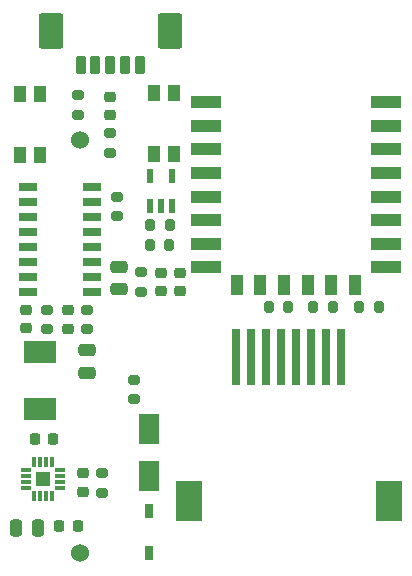
<source format=gts>
%TF.GenerationSoftware,KiCad,Pcbnew,6.0.7-f9a2dced07~116~ubuntu20.04.1*%
%TF.CreationDate,2022-09-12T22:11:20+02:00*%
%TF.ProjectId,han_to_wifi_board,68616e5f-746f-45f7-9769-66695f626f61,rev?*%
%TF.SameCoordinates,Original*%
%TF.FileFunction,Soldermask,Top*%
%TF.FilePolarity,Negative*%
%FSLAX46Y46*%
G04 Gerber Fmt 4.6, Leading zero omitted, Abs format (unit mm)*
G04 Created by KiCad (PCBNEW 6.0.7-f9a2dced07~116~ubuntu20.04.1) date 2022-09-12 22:11:20*
%MOMM*%
%LPD*%
G01*
G04 APERTURE LIST*
G04 Aperture macros list*
%AMRoundRect*
0 Rectangle with rounded corners*
0 $1 Rounding radius*
0 $2 $3 $4 $5 $6 $7 $8 $9 X,Y pos of 4 corners*
0 Add a 4 corners polygon primitive as box body*
4,1,4,$2,$3,$4,$5,$6,$7,$8,$9,$2,$3,0*
0 Add four circle primitives for the rounded corners*
1,1,$1+$1,$2,$3*
1,1,$1+$1,$4,$5*
1,1,$1+$1,$6,$7*
1,1,$1+$1,$8,$9*
0 Add four rect primitives between the rounded corners*
20,1,$1+$1,$2,$3,$4,$5,0*
20,1,$1+$1,$4,$5,$6,$7,0*
20,1,$1+$1,$6,$7,$8,$9,0*
20,1,$1+$1,$8,$9,$2,$3,0*%
G04 Aperture macros list end*
%ADD10R,1.550000X0.650000*%
%ADD11RoundRect,0.200000X-0.275000X0.200000X-0.275000X-0.200000X0.275000X-0.200000X0.275000X0.200000X0*%
%ADD12RoundRect,0.200000X0.200000X0.275000X-0.200000X0.275000X-0.200000X-0.275000X0.200000X-0.275000X0*%
%ADD13RoundRect,0.250000X0.475000X-0.250000X0.475000X0.250000X-0.475000X0.250000X-0.475000X-0.250000X0*%
%ADD14RoundRect,0.200000X-0.200000X-0.275000X0.200000X-0.275000X0.200000X0.275000X-0.200000X0.275000X0*%
%ADD15R,0.800000X1.150000*%
%ADD16RoundRect,0.225000X-0.250000X0.225000X-0.250000X-0.225000X0.250000X-0.225000X0.250000X0.225000X0*%
%ADD17RoundRect,0.218750X-0.256250X0.218750X-0.256250X-0.218750X0.256250X-0.218750X0.256250X0.218750X0*%
%ADD18R,2.500000X1.000000*%
%ADD19R,1.000000X1.800000*%
%ADD20C,1.524000*%
%ADD21RoundRect,0.250000X-0.250000X-0.475000X0.250000X-0.475000X0.250000X0.475000X-0.250000X0.475000X0*%
%ADD22R,1.800000X2.500000*%
%ADD23RoundRect,0.225000X0.250000X-0.225000X0.250000X0.225000X-0.250000X0.225000X-0.250000X-0.225000X0*%
%ADD24R,1.000000X1.450000*%
%ADD25RoundRect,0.200000X0.275000X-0.200000X0.275000X0.200000X-0.275000X0.200000X-0.275000X-0.200000X0*%
%ADD26R,0.760000X4.750000*%
%ADD27R,2.240000X3.510000*%
%ADD28R,0.600000X1.200000*%
%ADD29RoundRect,0.225000X-0.225000X-0.250000X0.225000X-0.250000X0.225000X0.250000X-0.225000X0.250000X0*%
%ADD30R,2.790000X1.903000*%
%ADD31R,0.300000X0.850000*%
%ADD32R,0.850000X0.300000*%
%ADD33R,1.250000X1.250000*%
%ADD34RoundRect,0.225000X0.225000X0.250000X-0.225000X0.250000X-0.225000X-0.250000X0.225000X-0.250000X0*%
%ADD35RoundRect,0.250000X-0.475000X0.250000X-0.475000X-0.250000X0.475000X-0.250000X0.475000X0.250000X0*%
%ADD36RoundRect,0.200000X0.200000X0.600000X-0.200000X0.600000X-0.200000X-0.600000X0.200000X-0.600000X0*%
%ADD37RoundRect,0.250001X0.799999X1.249999X-0.799999X1.249999X-0.799999X-1.249999X0.799999X-1.249999X0*%
G04 APERTURE END LIST*
D10*
%TO.C,U3*%
X117366200Y-40411400D03*
X117366200Y-41681400D03*
X117366200Y-42951400D03*
X117366200Y-44221400D03*
X117366200Y-45491400D03*
X117366200Y-46761400D03*
X117366200Y-48031400D03*
X117366200Y-49301400D03*
X122816200Y-49301400D03*
X122816200Y-48031400D03*
X122816200Y-46761400D03*
X122816200Y-45491400D03*
X122816200Y-44221400D03*
X122816200Y-42951400D03*
X122816200Y-41681400D03*
X122816200Y-40411400D03*
%TD*%
D11*
%TO.C,R7*%
X119024400Y-50826400D03*
X119024400Y-52476400D03*
%TD*%
D12*
%TO.C,R2*%
X147090400Y-50647600D03*
X145440400Y-50647600D03*
%TD*%
%TO.C,R10*%
X129412000Y-43688000D03*
X127762000Y-43688000D03*
%TD*%
D13*
%TO.C,C21*%
X122377200Y-56184800D03*
X122377200Y-54284800D03*
%TD*%
D14*
%TO.C,R13*%
X127699000Y-45339000D03*
X129349000Y-45339000D03*
%TD*%
D15*
%TO.C,D4*%
X127609600Y-71396800D03*
X127609600Y-67896800D03*
%TD*%
D16*
%TO.C,C19*%
X122072400Y-64706200D03*
X122072400Y-66256200D03*
%TD*%
D17*
%TO.C,D3*%
X124358400Y-32816600D03*
X124358400Y-34391600D03*
%TD*%
D18*
%TO.C,U1*%
X132481000Y-33261000D03*
X132481000Y-35261000D03*
X132481000Y-37261000D03*
X132481000Y-39261000D03*
X132481000Y-41261000D03*
X132481000Y-43261000D03*
X132481000Y-45261000D03*
X132481000Y-47261000D03*
D19*
X135081000Y-48761000D03*
X137081000Y-48761000D03*
X139081000Y-48761000D03*
X141081000Y-48761000D03*
X143081000Y-48761000D03*
X145081000Y-48761000D03*
D18*
X147681000Y-47261000D03*
X147681000Y-45261000D03*
X147681000Y-43261000D03*
X147681000Y-41261000D03*
X147681000Y-39261000D03*
X147681000Y-37261000D03*
X147681000Y-35261000D03*
X147681000Y-33261000D03*
%TD*%
D20*
%TO.C,C3*%
X121820000Y-71461000D03*
X121820000Y-36461000D03*
%TD*%
D21*
%TO.C,C12*%
X116362400Y-69291200D03*
X118262400Y-69291200D03*
%TD*%
D16*
%TO.C,C2*%
X130251200Y-47726000D03*
X130251200Y-49276000D03*
%TD*%
D22*
%TO.C,D2*%
X127609600Y-64922400D03*
X127609600Y-60922400D03*
%TD*%
D11*
%TO.C,R11*%
X126390400Y-56782200D03*
X126390400Y-58432200D03*
%TD*%
D23*
%TO.C,C7*%
X117195600Y-52425600D03*
X117195600Y-50875600D03*
%TD*%
D24*
%TO.C,RST*%
X128029600Y-32492800D03*
X128029600Y-37642800D03*
X129729600Y-37642800D03*
X129729600Y-32492800D03*
%TD*%
D25*
%TO.C,R8*%
X127000000Y-49339000D03*
X127000000Y-47689000D03*
%TD*%
D26*
%TO.C,J1*%
X135051800Y-54847000D03*
X136321800Y-54847000D03*
X137591800Y-54847000D03*
X138861800Y-54847000D03*
X140131800Y-54847000D03*
X141401800Y-54847000D03*
X142671800Y-54847000D03*
X143941800Y-54847000D03*
D27*
X131036800Y-67027000D03*
X147956800Y-67027000D03*
%TD*%
D14*
%TO.C,R4*%
X141555200Y-50647600D03*
X143205200Y-50647600D03*
%TD*%
D28*
%TO.C,IC1*%
X127726400Y-42042400D03*
X128676400Y-42042400D03*
X129626400Y-42042400D03*
X129626400Y-39542400D03*
X127726400Y-39542400D03*
%TD*%
D25*
%TO.C,R12*%
X124968000Y-42926000D03*
X124968000Y-41276000D03*
%TD*%
D29*
%TO.C,C20*%
X118000000Y-61772800D03*
X119550000Y-61772800D03*
%TD*%
D11*
%TO.C,R9*%
X122428000Y-50826400D03*
X122428000Y-52476400D03*
%TD*%
D16*
%TO.C,C1*%
X128676400Y-47726000D03*
X128676400Y-49276000D03*
%TD*%
D24*
%TO.C,PRGRM*%
X118438400Y-37763600D03*
X118438400Y-32613600D03*
X116738400Y-37763600D03*
X116738400Y-32613600D03*
%TD*%
D30*
%TO.C,L3*%
X118414800Y-59259800D03*
X118414800Y-54406800D03*
%TD*%
D11*
%TO.C,R3*%
X121666000Y-32703000D03*
X121666000Y-34353000D03*
%TD*%
D31*
%TO.C,IC3*%
X117918800Y-66626400D03*
X118418800Y-66626400D03*
X118918800Y-66626400D03*
X119418800Y-66626400D03*
D32*
X120118800Y-65926400D03*
X120118800Y-65426400D03*
X120118800Y-64926400D03*
X120118800Y-64426400D03*
D31*
X119418800Y-63726400D03*
X118918800Y-63726400D03*
X118418800Y-63726400D03*
X117918800Y-63726400D03*
D32*
X117218800Y-64426400D03*
X117218800Y-64926400D03*
X117218800Y-65426400D03*
X117218800Y-65926400D03*
D33*
X118668800Y-65176400D03*
%TD*%
D34*
%TO.C,C18*%
X121600000Y-69189600D03*
X120050000Y-69189600D03*
%TD*%
D14*
%TO.C,R1*%
X137796000Y-50647600D03*
X139446000Y-50647600D03*
%TD*%
D11*
%TO.C,R19*%
X123647200Y-64668400D03*
X123647200Y-66318400D03*
%TD*%
D35*
%TO.C,C11*%
X125095000Y-47183000D03*
X125095000Y-49083000D03*
%TD*%
D36*
%TO.C,J3*%
X126858400Y-30128800D03*
X125608400Y-30128800D03*
X124358400Y-30128800D03*
X123108400Y-30128800D03*
X121858400Y-30128800D03*
D37*
X119308400Y-27228800D03*
X129408400Y-27228800D03*
%TD*%
D16*
%TO.C,C6*%
X120777000Y-50901600D03*
X120777000Y-52451600D03*
%TD*%
D11*
%TO.C,R5*%
X124358400Y-35891200D03*
X124358400Y-37541200D03*
%TD*%
M02*

</source>
